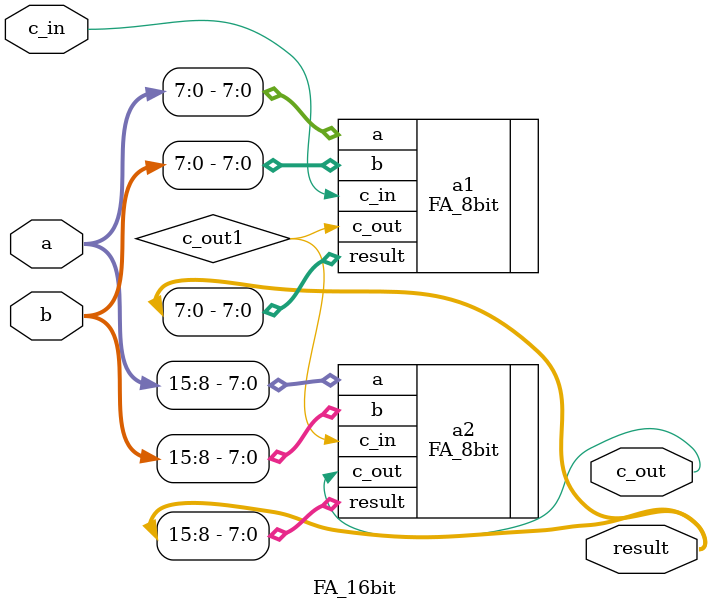
<source format=v>
module FA_16bit(
    input wire [15:0] a,b,
    input wire c_in,
    output [15:0] result,
    output wire c_out
);
wire c_out1;
FA_8bit a1(
    .a(a[7:0]),
    .b(b[7:0]),
    .c_in(c_in),
    .result(result[7:0]),
    .c_out(c_out1)
);
FA_8bit a2(
    .a(a[15:8]),
    .b(b[15:8]),
    .c_in(c_out1),
    .result(result[15:8]),
    .c_out(c_out)
);
endmodule
</source>
